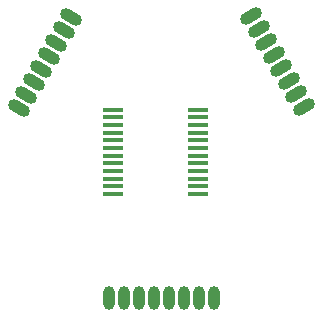
<source format=gbr>
%TF.GenerationSoftware,KiCad,Pcbnew,7.0.9*%
%TF.CreationDate,2023-12-16T17:23:44+09:00*%
%TF.ProjectId,LineIntegratedBoard,4c696e65-496e-4746-9567-726174656442,rev?*%
%TF.SameCoordinates,Original*%
%TF.FileFunction,Paste,Bot*%
%TF.FilePolarity,Positive*%
%FSLAX46Y46*%
G04 Gerber Fmt 4.6, Leading zero omitted, Abs format (unit mm)*
G04 Created by KiCad (PCBNEW 7.0.9) date 2023-12-16 17:23:44*
%MOMM*%
%LPD*%
G01*
G04 APERTURE LIST*
G04 Aperture macros list*
%AMHorizOval*
0 Thick line with rounded ends*
0 $1 width*
0 $2 $3 position (X,Y) of the first rounded end (center of the circle)*
0 $4 $5 position (X,Y) of the second rounded end (center of the circle)*
0 Add line between two ends*
20,1,$1,$2,$3,$4,$5,0*
0 Add two circle primitives to create the rounded ends*
1,1,$1,$2,$3*
1,1,$1,$4,$5*%
G04 Aperture macros list end*
%ADD10HorizOval,1.000000X0.433013X-0.250000X-0.433013X0.250000X0*%
%ADD11HorizOval,1.000000X0.433013X0.250000X-0.433013X-0.250000X0*%
%ADD12O,1.000000X2.000000*%
%ADD13R,1.750000X0.450000*%
G04 APERTURE END LIST*
D10*
%TO.C,J2*%
X144761683Y-78765317D03*
X144126683Y-79865169D03*
X143491683Y-80965021D03*
X142856683Y-82064873D03*
X142221683Y-83164726D03*
X141586683Y-84264578D03*
X140951683Y-85364430D03*
X140316683Y-86464282D03*
%TD*%
D11*
%TO.C,J1*%
X159993283Y-78666760D03*
X160628283Y-79766612D03*
X161263283Y-80866464D03*
X161898283Y-81966316D03*
X162533283Y-83066169D03*
X163168283Y-84166021D03*
X163803283Y-85265873D03*
X164438283Y-86365725D03*
%TD*%
D12*
%TO.C,J3*%
X147950000Y-102514400D03*
X149220000Y-102514400D03*
X150490000Y-102514400D03*
X151760000Y-102514400D03*
X153030000Y-102514400D03*
X154300000Y-102514400D03*
X155570000Y-102514400D03*
X156840000Y-102514400D03*
%TD*%
D13*
%TO.C,U1*%
X155492000Y-86595000D03*
X155492000Y-87245000D03*
X155492000Y-87895000D03*
X155492000Y-88545000D03*
X155492000Y-89195000D03*
X155492000Y-89845000D03*
X155492000Y-90495000D03*
X155492000Y-91145000D03*
X155492000Y-91795000D03*
X155492000Y-92445000D03*
X155492000Y-93095000D03*
X155492000Y-93745000D03*
X148292000Y-93745000D03*
X148292000Y-93095000D03*
X148292000Y-92445000D03*
X148292000Y-91795000D03*
X148292000Y-91145000D03*
X148292000Y-90495000D03*
X148292000Y-89845000D03*
X148292000Y-89195000D03*
X148292000Y-88545000D03*
X148292000Y-87895000D03*
X148292000Y-87245000D03*
X148292000Y-86595000D03*
%TD*%
M02*

</source>
